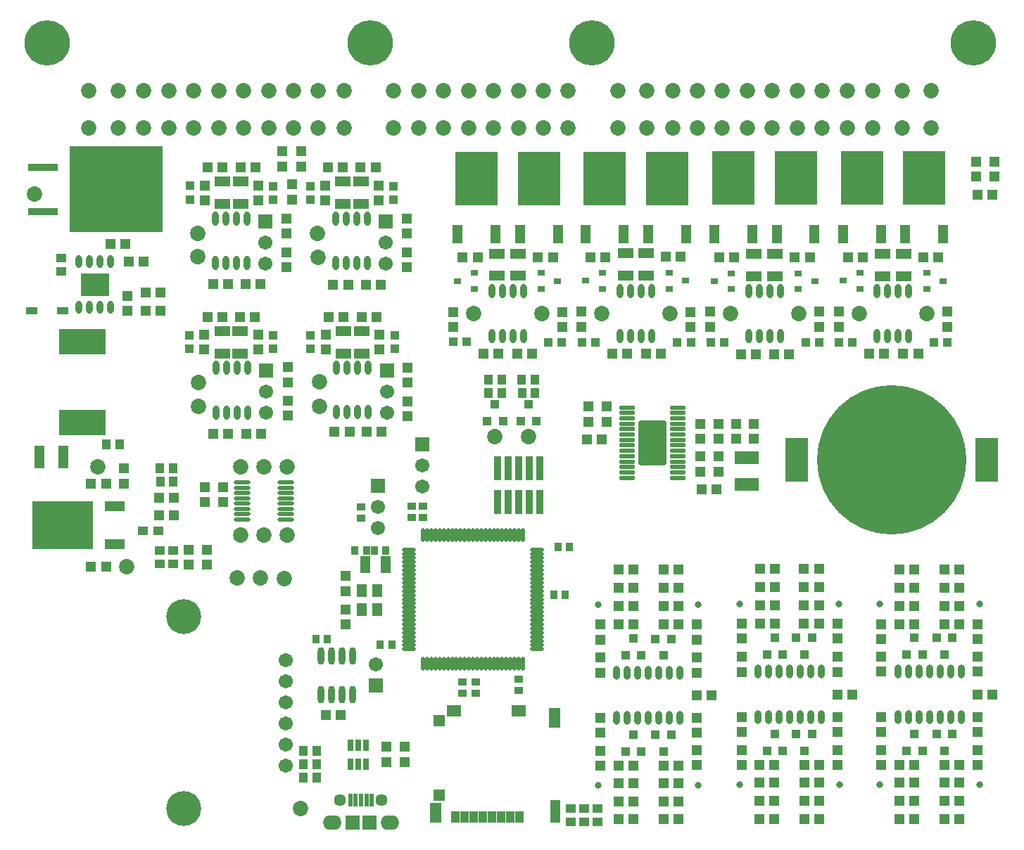
<source format=gts>
G04*
G04 #@! TF.GenerationSoftware,Altium Limited,Altium Designer,18.1.9 (240)*
G04*
G04 Layer_Color=8388736*
%FSLAX25Y25*%
%MOIN*%
G70*
G01*
G75*
%ADD53R,0.14200X0.03700*%
%ADD54R,0.43900X0.40900*%
%ADD67R,0.06706X0.05328*%
%ADD68R,0.05328X0.09461*%
%ADD69R,0.05367X0.05524*%
%ADD70R,0.05367X0.05721*%
%ADD71R,0.04540X0.10642*%
%ADD72R,0.03950X0.05682*%
%ADD73R,0.02375X0.06115*%
%ADD74R,0.06902X0.06902*%
%ADD75R,0.03556X0.04343*%
%ADD76O,0.03162X0.08280*%
%ADD77R,0.05131X0.05131*%
%ADD78R,0.10800X0.20800*%
%ADD79C,0.70800*%
%ADD80O,0.06509X0.01981*%
G04:AMPARAMS|DCode=81|XSize=21.78mil|YSize=72.96mil|CornerRadius=6mil|HoleSize=0mil|Usage=FLASHONLY|Rotation=270.000|XOffset=0mil|YOffset=0mil|HoleType=Round|Shape=RoundedRectangle|*
%AMROUNDEDRECTD81*
21,1,0.02178,0.06097,0,0,270.0*
21,1,0.00978,0.07296,0,0,270.0*
1,1,0.01200,-0.03048,-0.00489*
1,1,0.01200,-0.03048,0.00489*
1,1,0.01200,0.03048,0.00489*
1,1,0.01200,0.03048,-0.00489*
%
%ADD81ROUNDEDRECTD81*%
%ADD82O,0.01981X0.06509*%
%ADD83R,0.04737X0.04343*%
%ADD84R,0.04343X0.04737*%
%ADD85R,0.04304X0.04501*%
%ADD86R,0.05131X0.05131*%
%ADD87R,0.04501X0.04304*%
%ADD88R,0.04343X0.03556*%
%ADD89R,0.03713X0.11784*%
%ADD90R,0.03950X0.04343*%
%ADD91R,0.04934X0.05918*%
%ADD92R,0.05131X0.08280*%
%ADD93O,0.07887X0.02178*%
%ADD94R,0.03162X0.05524*%
%ADD95R,0.11824X0.06115*%
G04:AMPARAMS|DCode=96|XSize=130.05mil|YSize=211.94mil|CornerRadius=5.83mil|HoleSize=0mil|Usage=FLASHONLY|Rotation=180.000|XOffset=0mil|YOffset=0mil|HoleType=Round|Shape=RoundedRectangle|*
%AMROUNDEDRECTD96*
21,1,0.13005,0.20028,0,0,180.0*
21,1,0.11839,0.21194,0,0,180.0*
1,1,0.01166,-0.05919,0.10014*
1,1,0.01166,0.05919,0.10014*
1,1,0.01166,0.05919,-0.10014*
1,1,0.01166,-0.05919,-0.10014*
%
%ADD96ROUNDEDRECTD96*%
%ADD97O,0.03162X0.06509*%
%ADD98R,0.04461X0.03989*%
%ADD99R,0.07493X0.04540*%
%ADD100O,0.03162X0.06706*%
%ADD101R,0.03556X0.03162*%
%ADD102R,0.03989X0.04461*%
%ADD103R,0.20091X0.25210*%
%ADD104R,0.04737X0.09068*%
%ADD105R,0.29147X0.22650*%
%ADD106R,0.09461X0.04737*%
%ADD107R,0.13398X0.10682*%
%ADD108O,0.03162X0.06115*%
%ADD109R,0.04540X0.11036*%
%ADD110R,0.22100X0.12200*%
%ADD111R,0.05524X0.03556*%
%ADD112R,0.04737X0.04202*%
%ADD113C,0.05721*%
%ADD114O,0.08871X0.06902*%
%ADD115C,0.06706*%
%ADD116R,0.06706X0.06706*%
%ADD117C,0.07300*%
%ADD118C,0.03162*%
%ADD119C,0.07296*%
%ADD120C,0.21469*%
%ADD121C,0.16548*%
%ADD122C,0.06737*%
D53*
X49502Y332104D02*
D03*
Y352891D02*
D03*
D54*
X84052Y342498D02*
D03*
D67*
X244156Y95236D02*
D03*
X274786D02*
D03*
D68*
X291735Y92106D02*
D03*
X235475Y46909D02*
D03*
D69*
X237069Y90807D02*
D03*
D70*
Y55374D02*
D03*
D71*
X292128Y47500D02*
D03*
D72*
X244707Y45020D02*
D03*
X249038D02*
D03*
X253369D02*
D03*
X257699D02*
D03*
X262030D02*
D03*
X266361D02*
D03*
X270691D02*
D03*
X275022D02*
D03*
D73*
X195000Y52995D02*
D03*
X197559D02*
D03*
X200118D02*
D03*
X202677D02*
D03*
X205236D02*
D03*
D74*
X196181Y42365D02*
D03*
X204055D02*
D03*
D75*
X178740Y129330D02*
D03*
X184252D02*
D03*
X298917Y172835D02*
D03*
X293406D02*
D03*
X296850Y150394D02*
D03*
X291339D02*
D03*
X209195Y126487D02*
D03*
X214707D02*
D03*
X197146Y171177D02*
D03*
X202658D02*
D03*
X211951Y171177D02*
D03*
X206439D02*
D03*
D76*
X181083Y102864D02*
D03*
X186083D02*
D03*
X191083D02*
D03*
X196083D02*
D03*
X181083Y121368D02*
D03*
X186083D02*
D03*
X191083D02*
D03*
X196083D02*
D03*
D77*
X313387Y69390D02*
D03*
Y76476D02*
D03*
X212205Y78164D02*
D03*
Y71077D02*
D03*
X220768Y78164D02*
D03*
Y71077D02*
D03*
X118504Y164732D02*
D03*
Y171818D02*
D03*
X127165Y171740D02*
D03*
Y164653D02*
D03*
X192828Y143416D02*
D03*
Y136329D02*
D03*
X192828Y152077D02*
D03*
Y159164D02*
D03*
X126142Y201447D02*
D03*
Y194360D02*
D03*
X134803Y201447D02*
D03*
Y194360D02*
D03*
X167323Y344882D02*
D03*
Y337795D02*
D03*
X171653Y360520D02*
D03*
Y353433D02*
D03*
X162854Y360520D02*
D03*
Y353433D02*
D03*
X500000Y355817D02*
D03*
Y348730D02*
D03*
X491307Y355817D02*
D03*
Y348730D02*
D03*
X377775Y224213D02*
D03*
Y231299D02*
D03*
X386043Y224213D02*
D03*
Y231299D02*
D03*
X369311D02*
D03*
Y224213D02*
D03*
X360944Y231299D02*
D03*
Y224213D02*
D03*
X316358Y232480D02*
D03*
Y239567D02*
D03*
X307795Y232480D02*
D03*
Y239567D02*
D03*
X369311Y208760D02*
D03*
Y215846D02*
D03*
X360945D02*
D03*
Y208760D02*
D03*
X380380Y129527D02*
D03*
Y136614D02*
D03*
X380380Y120866D02*
D03*
Y113779D02*
D03*
X313388Y120571D02*
D03*
Y113484D02*
D03*
X359058Y120571D02*
D03*
Y113484D02*
D03*
X359057Y85039D02*
D03*
Y92126D02*
D03*
X313388Y85000D02*
D03*
Y92086D02*
D03*
X313388Y129133D02*
D03*
Y136220D02*
D03*
X359057Y76575D02*
D03*
Y69488D02*
D03*
X359057Y129134D02*
D03*
Y136220D02*
D03*
X446521Y76772D02*
D03*
Y69685D02*
D03*
X446521Y85283D02*
D03*
Y92370D02*
D03*
X446522Y129330D02*
D03*
Y136417D02*
D03*
X446522Y121063D02*
D03*
Y113976D02*
D03*
X492190Y129330D02*
D03*
Y136417D02*
D03*
X492190Y121016D02*
D03*
Y113929D02*
D03*
X492191Y85283D02*
D03*
Y92370D02*
D03*
X492191Y76772D02*
D03*
Y69685D02*
D03*
X425773Y76772D02*
D03*
Y69685D02*
D03*
X425655Y120866D02*
D03*
Y113779D02*
D03*
X425655Y129527D02*
D03*
Y136614D02*
D03*
X425754Y85283D02*
D03*
Y92370D02*
D03*
X380380Y85295D02*
D03*
Y92382D02*
D03*
X380380Y76772D02*
D03*
Y69685D02*
D03*
X183327Y266560D02*
D03*
Y273647D02*
D03*
X208841Y266560D02*
D03*
Y273647D02*
D03*
X222165Y235065D02*
D03*
Y242151D02*
D03*
X222165Y258096D02*
D03*
Y251009D02*
D03*
X125945Y266498D02*
D03*
Y273585D02*
D03*
X151339Y266498D02*
D03*
Y273585D02*
D03*
X165315Y235199D02*
D03*
Y242285D02*
D03*
X165315Y258230D02*
D03*
Y251144D02*
D03*
X208465Y337348D02*
D03*
Y344435D02*
D03*
X183071Y337348D02*
D03*
Y344435D02*
D03*
X221752Y328687D02*
D03*
Y321600D02*
D03*
X221752Y305557D02*
D03*
Y312644D02*
D03*
X164724Y305663D02*
D03*
Y312750D02*
D03*
X164724Y328695D02*
D03*
Y321608D02*
D03*
X126142Y337356D02*
D03*
Y344443D02*
D03*
X151437Y337356D02*
D03*
Y344443D02*
D03*
X304449Y277441D02*
D03*
Y284527D02*
D03*
X426338Y277461D02*
D03*
Y284547D02*
D03*
X477913Y277461D02*
D03*
Y284547D02*
D03*
X356023Y277342D02*
D03*
Y284429D02*
D03*
X295449Y277347D02*
D03*
Y284434D02*
D03*
X243838Y277347D02*
D03*
Y284434D02*
D03*
X365610Y277461D02*
D03*
Y284547D02*
D03*
X417086Y277461D02*
D03*
Y284547D02*
D03*
X87795Y203150D02*
D03*
Y210236D02*
D03*
X89468Y292012D02*
D03*
Y284925D02*
D03*
D78*
X406575Y214173D02*
D03*
X496575D02*
D03*
D79*
X451575D02*
D03*
D80*
X283563Y140266D02*
D03*
Y165857D02*
D03*
Y167825D02*
D03*
X222736Y171762D02*
D03*
Y169794D02*
D03*
Y167825D02*
D03*
Y165857D02*
D03*
Y163888D02*
D03*
Y161919D02*
D03*
Y159951D02*
D03*
Y157983D02*
D03*
Y156014D02*
D03*
Y154045D02*
D03*
Y152077D02*
D03*
Y150109D02*
D03*
Y148140D02*
D03*
Y146171D02*
D03*
Y144203D02*
D03*
Y142235D02*
D03*
Y140266D02*
D03*
Y138297D02*
D03*
Y136329D02*
D03*
Y134361D02*
D03*
Y132392D02*
D03*
Y130423D02*
D03*
Y128455D02*
D03*
Y126487D02*
D03*
Y124518D02*
D03*
X283563D02*
D03*
Y126487D02*
D03*
Y128455D02*
D03*
Y130423D02*
D03*
Y132392D02*
D03*
Y134361D02*
D03*
Y136329D02*
D03*
Y138297D02*
D03*
Y142235D02*
D03*
Y144203D02*
D03*
Y146171D02*
D03*
Y148140D02*
D03*
Y150109D02*
D03*
Y152077D02*
D03*
Y154045D02*
D03*
Y156014D02*
D03*
Y157983D02*
D03*
Y159951D02*
D03*
Y161919D02*
D03*
Y163888D02*
D03*
Y169794D02*
D03*
Y171762D02*
D03*
D81*
X326004Y221161D02*
D03*
Y223721D02*
D03*
Y226279D02*
D03*
X350216Y205807D02*
D03*
Y208366D02*
D03*
Y210925D02*
D03*
Y213484D02*
D03*
Y216043D02*
D03*
Y218602D02*
D03*
Y221161D02*
D03*
Y223721D02*
D03*
Y226279D02*
D03*
Y228839D02*
D03*
Y231398D02*
D03*
Y233957D02*
D03*
Y236516D02*
D03*
Y239075D02*
D03*
X326004Y205807D02*
D03*
Y208366D02*
D03*
Y210925D02*
D03*
Y213484D02*
D03*
Y216043D02*
D03*
Y218602D02*
D03*
Y228839D02*
D03*
Y231398D02*
D03*
Y233957D02*
D03*
Y236516D02*
D03*
Y239075D02*
D03*
D82*
X229528Y117727D02*
D03*
X231496D02*
D03*
X233465D02*
D03*
X235433D02*
D03*
X237402D02*
D03*
X239370D02*
D03*
X241339D02*
D03*
X243307D02*
D03*
X245276D02*
D03*
X247244D02*
D03*
X249213D02*
D03*
X251181D02*
D03*
X253150D02*
D03*
X255118D02*
D03*
X257087D02*
D03*
X259055D02*
D03*
X261024D02*
D03*
X262992D02*
D03*
X264961D02*
D03*
X266929D02*
D03*
X268898D02*
D03*
X270866D02*
D03*
X272835D02*
D03*
X274803D02*
D03*
X276772D02*
D03*
Y178553D02*
D03*
X274803D02*
D03*
X272835D02*
D03*
X270866D02*
D03*
X268898D02*
D03*
X266929D02*
D03*
X264961D02*
D03*
X262992D02*
D03*
X261024D02*
D03*
X259055D02*
D03*
X257087D02*
D03*
X255118D02*
D03*
X253150D02*
D03*
X251181D02*
D03*
X249213D02*
D03*
X247244D02*
D03*
X245276D02*
D03*
X243307D02*
D03*
X241339D02*
D03*
X239370D02*
D03*
X237402D02*
D03*
X235433D02*
D03*
X233465D02*
D03*
X231496D02*
D03*
X229528D02*
D03*
D83*
X104724Y164937D02*
D03*
Y171236D02*
D03*
X305906Y42815D02*
D03*
Y49114D02*
D03*
X299606Y42812D02*
D03*
Y49112D02*
D03*
X312205Y42815D02*
D03*
Y49114D02*
D03*
X58100Y309842D02*
D03*
Y303543D02*
D03*
D84*
X172736Y63567D02*
D03*
X179035D02*
D03*
X172736Y70079D02*
D03*
X179035D02*
D03*
X172736Y76329D02*
D03*
X179035D02*
D03*
X104921Y210246D02*
D03*
X111221D02*
D03*
X282620Y246046D02*
D03*
X276321D02*
D03*
X276004Y252471D02*
D03*
X282303D02*
D03*
X260454Y252471D02*
D03*
X266754D02*
D03*
X266754Y246046D02*
D03*
X260455D02*
D03*
X79528Y221654D02*
D03*
X85827D02*
D03*
D85*
X104989Y203947D02*
D03*
X111170D02*
D03*
D86*
X104528Y196427D02*
D03*
X111614D02*
D03*
Y187845D02*
D03*
X104528D02*
D03*
X492093Y340069D02*
D03*
X499180D02*
D03*
X314094Y224016D02*
D03*
X307008D02*
D03*
X361535Y200295D02*
D03*
X368622D02*
D03*
X492191Y103149D02*
D03*
X499277D02*
D03*
X425655D02*
D03*
X432742D02*
D03*
X359057Y102756D02*
D03*
X366144D02*
D03*
X455183Y162205D02*
D03*
X462270D02*
D03*
X483529Y162205D02*
D03*
X476443D02*
D03*
X483529Y44094D02*
D03*
X476442D02*
D03*
X476442Y52755D02*
D03*
X483529D02*
D03*
X455183Y44094D02*
D03*
X462269D02*
D03*
X343309Y153543D02*
D03*
X350396D02*
D03*
X329136Y153543D02*
D03*
X322049D02*
D03*
X343309Y52362D02*
D03*
X350396D02*
D03*
X329136Y52460D02*
D03*
X322050D02*
D03*
X322047Y162205D02*
D03*
X329134D02*
D03*
X350396Y162204D02*
D03*
X343309D02*
D03*
X329134Y43898D02*
D03*
X322047D02*
D03*
X350396Y43898D02*
D03*
X343309D02*
D03*
X462270Y153543D02*
D03*
X455183D02*
D03*
X476443Y153543D02*
D03*
X483529D02*
D03*
X455183Y52755D02*
D03*
X462269D02*
D03*
X329136Y144881D02*
D03*
X322050D02*
D03*
X343309Y144882D02*
D03*
X350396D02*
D03*
X329136Y60925D02*
D03*
X322050D02*
D03*
X343309Y60925D02*
D03*
X350396D02*
D03*
X462269Y61221D02*
D03*
X455183D02*
D03*
X476443Y61220D02*
D03*
X483529D02*
D03*
X462270Y144881D02*
D03*
X455183D02*
D03*
X476443Y144882D02*
D03*
X483529D02*
D03*
Y136415D02*
D03*
X476443D02*
D03*
X455183Y136417D02*
D03*
X462269D02*
D03*
X322050Y69390D02*
D03*
X329136D02*
D03*
X350396Y69390D02*
D03*
X343309D02*
D03*
X350396Y136220D02*
D03*
X343309D02*
D03*
X322050Y136220D02*
D03*
X329136D02*
D03*
X455183Y69685D02*
D03*
X462269D02*
D03*
X483529Y69685D02*
D03*
X476443D02*
D03*
X389075Y162598D02*
D03*
X396161D02*
D03*
X409907Y153937D02*
D03*
X416994D02*
D03*
X396128Y153937D02*
D03*
X389041D02*
D03*
X416994Y162598D02*
D03*
X409907D02*
D03*
X396128Y145275D02*
D03*
X389041D02*
D03*
X416994Y136614D02*
D03*
X409907D02*
D03*
Y145275D02*
D03*
X416994D02*
D03*
X389041Y136614D02*
D03*
X396128D02*
D03*
X410175Y61221D02*
D03*
X417262D02*
D03*
X417262Y52755D02*
D03*
X410175D02*
D03*
X395931Y52755D02*
D03*
X388844D02*
D03*
X395931Y61220D02*
D03*
X388844D02*
D03*
X417262Y44094D02*
D03*
X410175D02*
D03*
X388844Y69685D02*
D03*
X395931D02*
D03*
X388844Y44094D02*
D03*
X395931D02*
D03*
X417262Y69685D02*
D03*
X410175D02*
D03*
X191791Y282112D02*
D03*
X184705D02*
D03*
X207441D02*
D03*
X200354D02*
D03*
X194685Y227559D02*
D03*
X187598D02*
D03*
X202756Y227559D02*
D03*
X209842D02*
D03*
X134409Y282049D02*
D03*
X127323D02*
D03*
X149961D02*
D03*
X142874D02*
D03*
X137165Y226636D02*
D03*
X130079D02*
D03*
X145630Y226636D02*
D03*
X152717D02*
D03*
X206988Y352900D02*
D03*
X199902D02*
D03*
X191535D02*
D03*
X184449D02*
D03*
X193996Y297388D02*
D03*
X186909D02*
D03*
X202462Y297387D02*
D03*
X209549D02*
D03*
X134606Y352907D02*
D03*
X127519D02*
D03*
X150157D02*
D03*
X143071D02*
D03*
X137066Y297494D02*
D03*
X129980D02*
D03*
X145531Y297494D02*
D03*
X152618D02*
D03*
X281141Y264650D02*
D03*
X274055D02*
D03*
X258208Y264650D02*
D03*
X265295D02*
D03*
X283897Y310350D02*
D03*
X290984D02*
D03*
X315866Y310413D02*
D03*
X308779D02*
D03*
X344409Y310512D02*
D03*
X351496D02*
D03*
X466496Y310335D02*
D03*
X473582D02*
D03*
X437854Y310335D02*
D03*
X430767D02*
D03*
X464035Y264536D02*
D03*
X456949D02*
D03*
X440807Y264536D02*
D03*
X447893D02*
D03*
X342145Y264646D02*
D03*
X335059D02*
D03*
X319193Y264646D02*
D03*
X326279D02*
D03*
X255354Y310350D02*
D03*
X248267D02*
D03*
X376929Y310236D02*
D03*
X369842D02*
D03*
X405571Y310236D02*
D03*
X412657D02*
D03*
X379980Y264469D02*
D03*
X387067D02*
D03*
X402913Y264469D02*
D03*
X395827D02*
D03*
X72244Y163670D02*
D03*
X79331D02*
D03*
X72244Y203048D02*
D03*
X79331D02*
D03*
X98032Y293587D02*
D03*
X105118D02*
D03*
Y284925D02*
D03*
X98032D02*
D03*
X88618Y316535D02*
D03*
X81532D02*
D03*
X97278Y308366D02*
D03*
X90192D02*
D03*
X183465Y93307D02*
D03*
X190551D02*
D03*
D87*
X111020Y164996D02*
D03*
Y171177D02*
D03*
D88*
X254331Y103543D02*
D03*
Y109055D02*
D03*
X274803Y104833D02*
D03*
Y110345D02*
D03*
X248031Y103543D02*
D03*
Y109055D02*
D03*
X200000Y186556D02*
D03*
Y192068D02*
D03*
X229528Y192441D02*
D03*
Y186929D02*
D03*
X224094D02*
D03*
Y192441D02*
D03*
D89*
X284642Y210374D02*
D03*
X279642D02*
D03*
X274642D02*
D03*
X269642D02*
D03*
X264642D02*
D03*
Y194350D02*
D03*
X269642D02*
D03*
X274642D02*
D03*
X279642D02*
D03*
X284642D02*
D03*
D90*
X279471Y240534D02*
D03*
X283211Y232660D02*
D03*
X275730D02*
D03*
X263605Y240534D02*
D03*
X267345Y232660D02*
D03*
X259865D02*
D03*
X343309Y121528D02*
D03*
X339569Y129402D02*
D03*
X347050D02*
D03*
X329136Y129527D02*
D03*
X332876Y121653D02*
D03*
X325396D02*
D03*
X343309Y75984D02*
D03*
X339569Y83858D02*
D03*
X347050D02*
D03*
X329136D02*
D03*
X332876Y75984D02*
D03*
X325396D02*
D03*
X476443Y76378D02*
D03*
X472702Y84252D02*
D03*
X480183D02*
D03*
X476443Y122047D02*
D03*
X472702Y129921D02*
D03*
X480183D02*
D03*
X462269Y84252D02*
D03*
X466010Y76378D02*
D03*
X458529D02*
D03*
X462269Y129921D02*
D03*
X466010Y122047D02*
D03*
X458529D02*
D03*
X396128Y129921D02*
D03*
X399868Y122047D02*
D03*
X392388D02*
D03*
X410009D02*
D03*
X406269Y129921D02*
D03*
X413750D02*
D03*
X396128Y84252D02*
D03*
X399868Y76378D02*
D03*
X392388D02*
D03*
X410009D02*
D03*
X406269Y84252D02*
D03*
X413750D02*
D03*
D91*
X200604Y152274D02*
D03*
Y143219D02*
D03*
X207887D02*
D03*
Y152274D02*
D03*
D92*
X202069Y164561D02*
D03*
X211912D02*
D03*
D93*
X143858Y203504D02*
D03*
Y201004D02*
D03*
Y198504D02*
D03*
Y196004D02*
D03*
Y193504D02*
D03*
Y191004D02*
D03*
Y188504D02*
D03*
Y186004D02*
D03*
X164331Y203504D02*
D03*
Y201004D02*
D03*
Y198504D02*
D03*
Y196004D02*
D03*
Y193504D02*
D03*
Y191004D02*
D03*
Y188504D02*
D03*
Y186004D02*
D03*
D94*
X202480Y70093D02*
D03*
X198740D02*
D03*
X195000D02*
D03*
Y79148D02*
D03*
X198740D02*
D03*
X202480D02*
D03*
D95*
X382697Y202658D02*
D03*
Y215256D02*
D03*
D96*
X338110Y222441D02*
D03*
D97*
X321223Y92027D02*
D03*
X326223D02*
D03*
X331223D02*
D03*
X336223D02*
D03*
X341223D02*
D03*
X346223D02*
D03*
X351223D02*
D03*
X321223Y113484D02*
D03*
X326223D02*
D03*
X331223D02*
D03*
X336223D02*
D03*
X341223D02*
D03*
X346223D02*
D03*
X351223D02*
D03*
X454356Y92421D02*
D03*
X459356D02*
D03*
X464356D02*
D03*
X469356D02*
D03*
X474356D02*
D03*
X479356D02*
D03*
X484356D02*
D03*
X454356Y113878D02*
D03*
X459356D02*
D03*
X464356D02*
D03*
X469356D02*
D03*
X474356D02*
D03*
X479356D02*
D03*
X484356D02*
D03*
X388088Y92421D02*
D03*
X393088D02*
D03*
X398088D02*
D03*
X403088D02*
D03*
X408088D02*
D03*
X413088D02*
D03*
X418088D02*
D03*
X388088Y113878D02*
D03*
X393088D02*
D03*
X398088D02*
D03*
X403088D02*
D03*
X408088D02*
D03*
X413088D02*
D03*
X418088D02*
D03*
D98*
X176142Y266915D02*
D03*
Y273293D02*
D03*
X216004Y266915D02*
D03*
Y273293D02*
D03*
X118760Y266853D02*
D03*
Y273231D02*
D03*
X158524Y266852D02*
D03*
Y273230D02*
D03*
X215551Y337604D02*
D03*
Y343982D02*
D03*
X175984Y337703D02*
D03*
Y344081D02*
D03*
X158523Y337711D02*
D03*
Y344089D02*
D03*
X119055Y337809D02*
D03*
Y344187D02*
D03*
D99*
X200354Y275419D02*
D03*
Y264789D02*
D03*
X142874Y275356D02*
D03*
Y264726D02*
D03*
X191791Y275419D02*
D03*
Y264789D02*
D03*
X134409Y275356D02*
D03*
Y264726D02*
D03*
X200000Y346207D02*
D03*
Y335577D02*
D03*
X143071Y346215D02*
D03*
Y335585D02*
D03*
X191535Y346207D02*
D03*
Y335577D02*
D03*
X134606Y346215D02*
D03*
Y335585D02*
D03*
X457145Y312106D02*
D03*
Y301476D02*
D03*
X335157Y312283D02*
D03*
Y301653D02*
D03*
X325315Y312283D02*
D03*
Y301653D02*
D03*
X447204Y312106D02*
D03*
Y301476D02*
D03*
X274547Y312122D02*
D03*
Y301493D02*
D03*
X396220Y312008D02*
D03*
Y301378D02*
D03*
X386279Y312008D02*
D03*
Y301378D02*
D03*
X264606Y312122D02*
D03*
Y301492D02*
D03*
D100*
X188622Y236836D02*
D03*
X193622D02*
D03*
X198622D02*
D03*
X203622D02*
D03*
X188622Y258096D02*
D03*
X193622D02*
D03*
X198622D02*
D03*
X203622D02*
D03*
X131339Y236675D02*
D03*
X136339D02*
D03*
X141339D02*
D03*
X146339D02*
D03*
X131339Y257935D02*
D03*
X136339D02*
D03*
X141339D02*
D03*
X146339D02*
D03*
X188169Y307525D02*
D03*
X193169D02*
D03*
X198169D02*
D03*
X203169D02*
D03*
X188169Y328785D02*
D03*
X193169D02*
D03*
X198169D02*
D03*
X203169D02*
D03*
X131240Y307533D02*
D03*
X136240D02*
D03*
X141240D02*
D03*
X146240D02*
D03*
X131240Y328793D02*
D03*
X136240D02*
D03*
X141240D02*
D03*
X146240D02*
D03*
X322736Y273110D02*
D03*
X327736D02*
D03*
X332736D02*
D03*
X337736D02*
D03*
X322736Y294370D02*
D03*
X327736D02*
D03*
X332736D02*
D03*
X337736D02*
D03*
X444626Y273062D02*
D03*
X449626D02*
D03*
X454626D02*
D03*
X459626D02*
D03*
X444626Y294322D02*
D03*
X449626D02*
D03*
X454626D02*
D03*
X459626D02*
D03*
X262126Y273047D02*
D03*
X267126D02*
D03*
X272126D02*
D03*
X277126D02*
D03*
X262126Y294307D02*
D03*
X267126D02*
D03*
X272126D02*
D03*
X277126D02*
D03*
X383799Y273031D02*
D03*
X388799D02*
D03*
X393799D02*
D03*
X398799D02*
D03*
X383799Y294291D02*
D03*
X388799D02*
D03*
X393799D02*
D03*
X398799D02*
D03*
D101*
X253779Y302870D02*
D03*
Y295390D02*
D03*
X245905Y299130D02*
D03*
X314390Y302933D02*
D03*
Y295453D02*
D03*
X306516Y299193D02*
D03*
X345984Y295453D02*
D03*
Y302933D02*
D03*
X353858Y299193D02*
D03*
X468071Y295374D02*
D03*
Y302854D02*
D03*
X475945Y299114D02*
D03*
X436378Y302953D02*
D03*
Y295472D02*
D03*
X428504Y299213D02*
D03*
X285374Y295390D02*
D03*
Y302870D02*
D03*
X293248Y299130D02*
D03*
X375354Y302756D02*
D03*
Y295276D02*
D03*
X367480Y299016D02*
D03*
X407145Y295276D02*
D03*
Y302756D02*
D03*
X415019Y299016D02*
D03*
D102*
X471574Y269980D02*
D03*
X477952D02*
D03*
X432775Y270079D02*
D03*
X426397D02*
D03*
X349921Y269901D02*
D03*
X356299D02*
D03*
X311023Y269969D02*
D03*
X304645D02*
D03*
X250177Y270261D02*
D03*
X243799D02*
D03*
X288897Y269969D02*
D03*
X295275D02*
D03*
X372047Y269980D02*
D03*
X365669D02*
D03*
X410649D02*
D03*
X417027D02*
D03*
D103*
X466889Y347835D02*
D03*
X437460D02*
D03*
X345000Y347815D02*
D03*
X315472D02*
D03*
X284389Y347752D02*
D03*
X254862D02*
D03*
X405964Y347835D02*
D03*
X376437Y347835D02*
D03*
D104*
X475866Y321260D02*
D03*
X457913D02*
D03*
X446437D02*
D03*
X428484D02*
D03*
X353976Y321240D02*
D03*
X336023D02*
D03*
X324449D02*
D03*
X306496D02*
D03*
X293366Y321177D02*
D03*
X275413D02*
D03*
X263838D02*
D03*
X245885D02*
D03*
X414941Y321260D02*
D03*
X396988D02*
D03*
X385413Y321260D02*
D03*
X367460D02*
D03*
D105*
X58661Y183355D02*
D03*
D106*
X83465Y192331D02*
D03*
Y174378D02*
D03*
D107*
X74016Y297474D02*
D03*
D108*
X81516Y308400D02*
D03*
X76516D02*
D03*
X71516D02*
D03*
X66516D02*
D03*
X81516Y286549D02*
D03*
X76516D02*
D03*
X71516D02*
D03*
X66516D02*
D03*
D109*
X58972Y215748D02*
D03*
X47948D02*
D03*
D110*
X68110Y270281D02*
D03*
Y232081D02*
D03*
D111*
X58858Y285024D02*
D03*
X44291D02*
D03*
D112*
X96653Y180807D02*
D03*
X104134D02*
D03*
D113*
X209960Y52995D02*
D03*
X190275D02*
D03*
D114*
X213897Y42365D02*
D03*
X186338D02*
D03*
D115*
X229261Y201561D02*
D03*
Y211561D02*
D03*
X207128Y117200D02*
D03*
X212362Y236620D02*
D03*
Y246620D02*
D03*
X154980Y236557D02*
D03*
Y246557D02*
D03*
X211910Y307211D02*
D03*
Y317211D02*
D03*
X154882Y307218D02*
D03*
Y317218D02*
D03*
X208268Y191969D02*
D03*
Y181968D02*
D03*
D116*
X229261Y221561D02*
D03*
X207128Y107200D02*
D03*
X212362Y256620D02*
D03*
X154980Y256557D02*
D03*
X211910Y327211D02*
D03*
X154882Y327218D02*
D03*
X208268Y201969D02*
D03*
D117*
X141339Y158268D02*
D03*
X163779Y157874D02*
D03*
X152362Y158268D02*
D03*
X279471Y225180D02*
D03*
X171588Y49112D02*
D03*
X263605Y225180D02*
D03*
X165118Y178666D02*
D03*
X154094Y178665D02*
D03*
X143071Y178667D02*
D03*
X165118Y210896D02*
D03*
X154095Y210896D02*
D03*
X143071Y210897D02*
D03*
X180335Y239789D02*
D03*
X180315Y251251D02*
D03*
X123091Y239628D02*
D03*
X123031Y251108D02*
D03*
X179921Y310478D02*
D03*
X179528Y321600D02*
D03*
X75590Y211024D02*
D03*
X122835Y321502D02*
D03*
X122893Y310486D02*
D03*
X314094Y283740D02*
D03*
X346378Y283642D02*
D03*
X435984Y283692D02*
D03*
X468267Y283693D02*
D03*
X253484Y283646D02*
D03*
X285767Y283677D02*
D03*
X407441Y283661D02*
D03*
X375157Y283594D02*
D03*
X89081Y163779D02*
D03*
X45472Y340354D02*
D03*
D118*
X312601Y59842D02*
D03*
X359844D02*
D03*
X359845Y145705D02*
D03*
X312601D02*
D03*
X379592Y146063D02*
D03*
X379592Y60236D02*
D03*
X492977Y60236D02*
D03*
X492978Y146062D02*
D03*
X445733Y146062D02*
D03*
X445734Y60236D02*
D03*
X426443Y146063D02*
D03*
X426836Y60236D02*
D03*
D119*
X470114Y371752D02*
D03*
X456335D02*
D03*
X442555D02*
D03*
X470114Y389469D02*
D03*
X456335D02*
D03*
X442555D02*
D03*
X335469Y371752D02*
D03*
X321689D02*
D03*
X335469Y389469D02*
D03*
X321689D02*
D03*
X192161Y371752D02*
D03*
Y389469D02*
D03*
X85075Y371752D02*
D03*
X71295D02*
D03*
X85075Y389469D02*
D03*
X71295D02*
D03*
X430350Y371752D02*
D03*
X418539D02*
D03*
X406728D02*
D03*
X394917D02*
D03*
X383106D02*
D03*
X371295D02*
D03*
X359484D02*
D03*
X347673D02*
D03*
X430350Y389469D02*
D03*
X418539D02*
D03*
X406728D02*
D03*
X394917D02*
D03*
X383106D02*
D03*
X371295D02*
D03*
X359484D02*
D03*
X347673D02*
D03*
X298264Y371752D02*
D03*
X286453D02*
D03*
X274642D02*
D03*
X262831D02*
D03*
X251020D02*
D03*
X239209D02*
D03*
X227398D02*
D03*
X215587D02*
D03*
X298264Y389469D02*
D03*
X286453D02*
D03*
X274642D02*
D03*
X262831D02*
D03*
X251020D02*
D03*
X239209D02*
D03*
X227398D02*
D03*
X215587D02*
D03*
X179957Y371752D02*
D03*
X168146D02*
D03*
X156335D02*
D03*
X144524D02*
D03*
X132713D02*
D03*
X120902D02*
D03*
X109091D02*
D03*
X97280D02*
D03*
X179957Y389469D02*
D03*
X168146D02*
D03*
X156335D02*
D03*
X144524D02*
D03*
X132713D02*
D03*
X120902D02*
D03*
X109091D02*
D03*
X97280D02*
D03*
D120*
X51413Y411909D02*
D03*
X204366D02*
D03*
X309484D02*
D03*
X489996D02*
D03*
D121*
X115972Y48907D02*
D03*
Y139852D02*
D03*
D122*
X164476Y119379D02*
D03*
Y109379D02*
D03*
Y99379D02*
D03*
Y69379D02*
D03*
Y79379D02*
D03*
Y89379D02*
D03*
M02*

</source>
